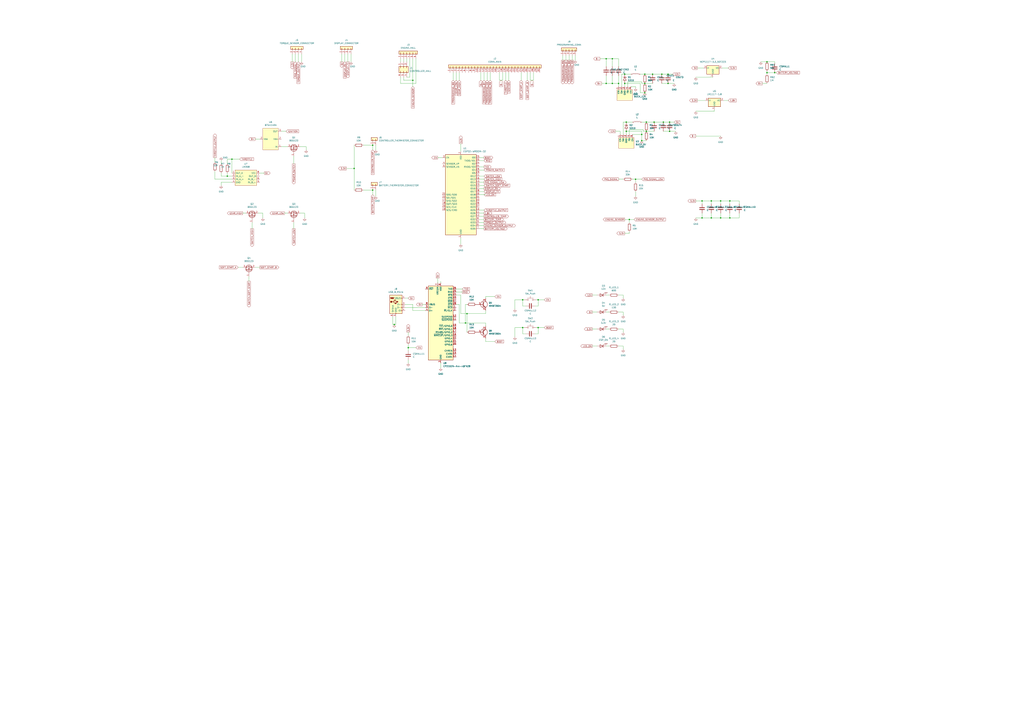
<source format=kicad_sch>
(kicad_sch (version 20211123) (generator eeschema)
  (paper "A1")
  (junction (at 549.91 107.95))
  (junction (at 548.64 60.96))
  (junction (at 636.27 59.69))
  (junction (at 502.92 48.26))
  (junction (at 591.82 165.1))
  (junction (at 306.07 156.21))
  (junction (at 530.86 100.33))
  (junction (at 529.59 76.2))
  (junction (at 529.59 68.58))
  (junction (at 429.26 246.38))
  (junction (at 576.58 165.1))
  (junction (at 383.54 257.81))
  (junction (at 544.83 100.33))
  (junction (at 548.64 68.58))
  (junction (at 549.91 100.33))
  (junction (at 516.89 180.34))
  (junction (at 514.35 107.95))
  (junction (at 323.85 266.7))
  (junction (at 382.27 265.43))
  (junction (at 190.5 130.81))
  (junction (at 599.44 165.1))
  (junction (at 576.58 179.07))
  (junction (at 521.97 147.32))
  (junction (at 335.28 285.75))
  (junction (at 591.82 179.07))
  (junction (at 441.96 269.24))
  (junction (at 514.35 100.33))
  (junction (at 599.44 179.07))
  (junction (at 497.84 48.26))
  (junction (at 429.26 269.24))
  (junction (at 584.2 165.1))
  (junction (at 508 68.58))
  (junction (at 543.56 60.96))
  (junction (at 530.86 107.95))
  (junction (at 441.96 246.38))
  (junction (at 527.05 110.49))
  (junction (at 535.94 60.96))
  (junction (at 629.92 59.69))
  (junction (at 529.59 60.96))
  (junction (at 629.92 50.8))
  (junction (at 584.2 179.07))
  (junction (at 306.07 119.38))
  (junction (at 502.92 68.58))
  (junction (at 497.84 68.58))
  (junction (at 339.09 66.04))
  (junction (at 513.08 68.58))
  (junction (at 513.08 60.96))
  (junction (at 527.05 115.57))
  (junction (at 290.83 138.43))
  (junction (at 186.69 144.78))
  (junction (at 537.21 100.33))
  (wire (pts (xy 607.06 167.64) (xy 607.06 165.1)))
  (wire (pts (xy 492.76 48.26) (xy 497.84 48.26)))
  (wire (pts (xy 415.29 59.69) (xy 415.29 66.04)))
  (wire (pts (xy 435.61 66.04) (xy 438.15 66.04)))
  (wire (pts (xy 571.5 111.76) (xy 591.82 111.76)))
  (wire (pts (xy 382.27 250.19) (xy 383.54 250.19)))
  (wire (pts (xy 527.05 100.33) (xy 530.86 100.33)))
  (wire (pts (xy 339.09 255.27) (xy 349.25 255.27)))
  (wire (pts (xy 241.3 182.88) (xy 241.3 187.96)))
  (wire (pts (xy 181.61 149.86) (xy 190.5 149.86)))
  (wire (pts (xy 599.44 167.64) (xy 599.44 165.1)))
  (wire (pts (xy 341.63 68.58) (xy 341.63 48.26)))
  (wire (pts (xy 199.39 175.26) (xy 201.93 175.26)))
  (wire (pts (xy 334.01 63.5) (xy 336.55 63.5)))
  (wire (pts (xy 486.41 284.48) (xy 490.22 284.48)))
  (wire (pts (xy 374.65 240.03) (xy 379.73 240.03)))
  (wire (pts (xy 530.86 107.95) (xy 537.21 107.95)))
  (wire (pts (xy 629.92 59.69) (xy 636.27 59.69)))
  (wire (pts (xy 290.83 119.38) (xy 290.83 138.43)))
  (wire (pts (xy 572.77 55.88) (xy 577.85 55.88)))
  (wire (pts (xy 548.64 60.96) (xy 552.45 60.96)))
  (wire (pts (xy 513.08 191.77) (xy 516.89 191.77)))
  (wire (pts (xy 516.89 180.34) (xy 520.7 180.34)))
  (wire (pts (xy 516.89 106.68) (xy 528.32 106.68)))
  (wire (pts (xy 429.26 246.38) (xy 422.91 246.38)))
  (wire (pts (xy 190.5 130.81) (xy 196.85 130.81)))
  (wire (pts (xy 283.21 44.45) (xy 283.21 50.8)))
  (wire (pts (xy 572.77 82.55) (xy 579.12 82.55)))
  (wire (pts (xy 636.27 52.07) (xy 636.27 50.8)))
  (wire (pts (xy 306.07 156.21) (xy 306.07 160.02)))
  (wire (pts (xy 591.82 179.07) (xy 584.2 179.07)))
  (wire (pts (xy 509.27 110.49) (xy 509.27 107.95)))
  (wire (pts (xy 441.96 269.24) (xy 447.04 269.24)))
  (wire (pts (xy 607.06 175.26) (xy 607.06 179.07)))
  (wire (pts (xy 215.9 175.26) (xy 212.09 175.26)))
  (wire (pts (xy 207.01 182.88) (xy 207.01 187.96)))
  (wire (pts (xy 331.47 63.5) (xy 331.47 66.04)))
  (wire (pts (xy 247.65 44.45) (xy 247.65 50.8)))
  (wire (pts (xy 335.28 283.21) (xy 335.28 285.75)))
  (wire (pts (xy 374.65 237.49) (xy 379.73 237.49)))
  (wire (pts (xy 393.7 180.34) (xy 397.51 180.34)))
  (wire (pts (xy 398.78 265.43) (xy 382.27 265.43)))
  (wire (pts (xy 213.36 142.24) (xy 217.17 142.24)))
  (wire (pts (xy 511.81 256.54) (xy 511.81 259.08)))
  (wire (pts (xy 624.84 50.8) (xy 629.92 50.8)))
  (wire (pts (xy 472.44 45.72) (xy 472.44 49.53)))
  (wire (pts (xy 394.97 59.69) (xy 394.97 66.04)))
  (wire (pts (xy 429.26 269.24) (xy 422.91 269.24)))
  (wire (pts (xy 521.97 71.12) (xy 521.97 72.39)))
  (wire (pts (xy 306.07 119.38) (xy 306.07 123.19)))
  (wire (pts (xy 591.82 167.64) (xy 591.82 165.1)))
  (wire (pts (xy 378.46 257.81) (xy 383.54 257.81)))
  (wire (pts (xy 521.97 147.32) (xy 521.97 149.86)))
  (wire (pts (xy 290.83 138.43) (xy 290.83 156.21)))
  (wire (pts (xy 467.36 45.72) (xy 467.36 49.53)))
  (wire (pts (xy 241.3 128.27) (xy 241.3 134.62)))
  (wire (pts (xy 469.9 45.72) (xy 469.9 49.53)))
  (wire (pts (xy 519.43 147.32) (xy 521.97 147.32)))
  (wire (pts (xy 422.91 246.38) (xy 422.91 254)))
  (wire (pts (xy 430.53 269.24) (xy 429.26 269.24)))
  (wire (pts (xy 250.19 175.26) (xy 246.38 175.26)))
  (wire (pts (xy 288.29 44.45) (xy 288.29 50.8)))
  (wire (pts (xy 529.59 60.96) (xy 535.94 60.96)))
  (wire (pts (xy 372.11 59.69) (xy 372.11 66.04)))
  (wire (pts (xy 398.78 267.97) (xy 398.78 265.43)))
  (wire (pts (xy 398.78 280.67) (xy 406.4 280.67)))
  (wire (pts (xy 186.69 134.62) (xy 186.69 130.81)))
  (wire (pts (xy 553.72 68.58) (xy 548.64 68.58)))
  (wire (pts (xy 393.7 160.02) (xy 398.78 160.02)))
  (wire (pts (xy 374.65 59.69) (xy 374.65 66.04)))
  (wire (pts (xy 629.92 58.42) (xy 629.92 59.69)))
  (wire (pts (xy 393.7 139.7) (xy 397.51 139.7)))
  (wire (pts (xy 186.69 144.78) (xy 190.5 144.78)))
  (wire (pts (xy 393.7 149.86) (xy 397.51 149.86)))
  (wire (pts (xy 511.81 242.57) (xy 511.81 245.11)))
  (wire (pts (xy 502.92 68.58) (xy 508 68.58)))
  (wire (pts (xy 429.26 251.46) (xy 429.26 246.38)))
  (wire (pts (xy 377.19 59.69) (xy 377.19 66.04)))
  (wire (pts (xy 486.41 242.57) (xy 490.22 242.57)))
  (wire (pts (xy 377.19 250.19) (xy 374.65 250.19)))
  (wire (pts (xy 382.27 265.43) (xy 382.27 250.19)))
  (wire (pts (xy 361.95 298.45) (xy 361.95 302.26)))
  (wire (pts (xy 530.86 100.33) (xy 537.21 100.33)))
  (wire (pts (xy 586.74 91.44) (xy 586.74 90.17)))
  (wire (pts (xy 510.54 71.12) (xy 510.54 60.96)))
  (wire (pts (xy 571.5 91.44) (xy 586.74 91.44)))
  (wire (pts (xy 393.7 177.8) (xy 397.51 177.8)))
  (wire (pts (xy 284.48 138.43) (xy 290.83 138.43)))
  (wire (pts (xy 513.08 68.58) (xy 525.78 68.58)))
  (wire (pts (xy 497.84 270.51) (xy 500.38 270.51)))
  (wire (pts (xy 521.97 157.48) (xy 521.97 161.29)))
  (wire (pts (xy 636.27 59.69) (xy 637.54 59.69)))
  (wire (pts (xy 528.32 107.95) (xy 530.86 107.95)))
  (wire (pts (xy 508 242.57) (xy 511.81 242.57)))
  (wire (pts (xy 215.9 179.07) (xy 215.9 175.26)))
  (wire (pts (xy 190.5 142.24) (xy 190.5 130.81)))
  (wire (pts (xy 378.46 195.58) (xy 378.46 200.66)))
  (wire (pts (xy 508 284.48) (xy 511.81 284.48)))
  (wire (pts (xy 328.93 48.26) (xy 328.93 50.8)))
  (wire (pts (xy 571.5 179.07) (xy 576.58 179.07)))
  (wire (pts (xy 508 71.12) (xy 508 68.58)))
  (wire (pts (xy 599.44 165.1) (xy 591.82 165.1)))
  (wire (pts (xy 440.69 246.38) (xy 441.96 246.38)))
  (wire (pts (xy 383.54 257.81) (xy 383.54 273.05)))
  (wire (pts (xy 393.7 175.26) (xy 397.51 175.26)))
  (wire (pts (xy 393.7 182.88) (xy 397.51 182.88)))
  (wire (pts (xy 285.75 44.45) (xy 285.75 50.8)))
  (wire (pts (xy 242.57 44.45) (xy 242.57 50.8)))
  (wire (pts (xy 322.58 260.35) (xy 322.58 266.7)))
  (wire (pts (xy 209.55 219.71) (xy 213.36 219.71)))
  (wire (pts (xy 334.01 48.26) (xy 334.01 50.8)))
  (wire (pts (xy 441.96 246.38) (xy 447.04 246.38)))
  (wire (pts (xy 497.84 62.23) (xy 497.84 68.58)))
  (wire (pts (xy 374.65 242.57) (xy 378.46 242.57)))
  (wire (pts (xy 508 256.54) (xy 511.81 256.54)))
  (wire (pts (xy 335.28 273.05) (xy 335.28 275.59)))
  (wire (pts (xy 516.89 180.34) (xy 516.89 182.88)))
  (wire (pts (xy 204.47 227.33) (xy 204.47 231.14)))
  (wire (pts (xy 393.7 129.54) (xy 397.51 129.54)))
  (wire (pts (xy 422.91 269.24) (xy 422.91 276.86)))
  (wire (pts (xy 576.58 179.07) (xy 576.58 175.26)))
  (wire (pts (xy 339.09 66.04) (xy 339.09 71.12)))
  (wire (pts (xy 537.21 100.33) (xy 544.83 100.33)))
  (wire (pts (xy 402.59 59.69) (xy 402.59 66.04)))
  (wire (pts (xy 332.74 252.73) (xy 349.25 252.73)))
  (wire (pts (xy 245.11 44.45) (xy 245.11 50.8)))
  (wire (pts (xy 543.56 60.96) (xy 548.64 60.96)))
  (wire (pts (xy 440.69 269.24) (xy 441.96 269.24)))
  (wire (pts (xy 335.28 285.75) (xy 335.28 288.29)))
  (wire (pts (xy 181.61 152.4) (xy 181.61 149.86)))
  (wire (pts (xy 593.09 55.88) (xy 598.17 55.88)))
  (wire (pts (xy 521.97 147.32) (xy 527.05 147.32)))
  (wire (pts (xy 377.19 265.43) (xy 382.27 265.43)))
  (wire (pts (xy 584.2 167.64) (xy 584.2 165.1)))
  (wire (pts (xy 497.84 68.58) (xy 502.92 68.58)))
  (wire (pts (xy 529.59 68.58) (xy 535.94 68.58)))
  (wire (pts (xy 322.58 266.7) (xy 323.85 266.7)))
  (wire (pts (xy 497.84 48.26) (xy 502.92 48.26)))
  (wire (pts (xy 505.46 107.95) (xy 509.27 107.95)))
  (wire (pts (xy 398.78 278.13) (xy 398.78 280.67)))
  (wire (pts (xy 346.71 250.19) (xy 349.25 250.19)))
  (wire (pts (xy 515.62 67.31) (xy 527.05 67.31)))
  (wire (pts (xy 429.26 274.32) (xy 429.26 269.24)))
  (wire (pts (xy 231.14 120.65) (xy 236.22 120.65)))
  (wire (pts (xy 535.94 60.96) (xy 543.56 60.96)))
  (wire (pts (xy 431.8 274.32) (xy 429.26 274.32)))
  (wire (pts (xy 393.7 144.78) (xy 397.51 144.78)))
  (wire (pts (xy 412.75 59.69) (xy 412.75 66.04)))
  (wire (pts (xy 519.43 110.49) (xy 527.05 110.49)))
  (wire (pts (xy 397.51 59.69) (xy 397.51 66.04)))
  (wire (pts (xy 251.46 120.65) (xy 251.46 123.19)))
  (wire (pts (xy 325.12 266.7) (xy 325.12 260.35)))
  (wire (pts (xy 298.45 156.21) (xy 306.07 156.21)))
  (wire (pts (xy 393.7 187.96) (xy 397.51 187.96)))
  (wire (pts (xy 427.99 59.69) (xy 427.99 66.04)))
  (wire (pts (xy 393.7 137.16) (xy 397.51 137.16)))
  (wire (pts (xy 497.84 284.48) (xy 500.38 284.48)))
  (wire (pts (xy 280.67 44.45) (xy 280.67 50.8)))
  (wire (pts (xy 514.35 100.33) (xy 519.43 100.33)))
  (wire (pts (xy 584.2 165.1) (xy 576.58 165.1)))
  (wire (pts (xy 332.74 245.11) (xy 335.28 245.11)))
  (wire (pts (xy 328.93 63.5) (xy 328.93 68.58)))
  (wire (pts (xy 525.78 60.96) (xy 529.59 60.96)))
  (wire (pts (xy 497.84 242.57) (xy 500.38 242.57)))
  (wire (pts (xy 594.36 82.55) (xy 598.17 82.55)))
  (wire (pts (xy 511.81 100.33) (xy 514.35 100.33)))
  (wire (pts (xy 514.35 107.95) (xy 527.05 107.95)))
  (wire (pts (xy 511.81 284.48) (xy 511.81 287.02)))
  (wire (pts (xy 543.56 68.58) (xy 548.64 68.58)))
  (wire (pts (xy 393.7 132.08) (xy 397.51 132.08)))
  (wire (pts (xy 377.19 265.43) (xy 377.19 250.19)))
  (wire (pts (xy 571.5 165.1) (xy 576.58 165.1)))
  (wire (pts (xy 393.7 152.4) (xy 397.51 152.4)))
  (wire (pts (xy 332.74 250.19) (xy 339.09 250.19)))
  (wire (pts (xy 336.55 63.5) (xy 336.55 48.26)))
  (wire (pts (xy 417.83 59.69) (xy 417.83 66.04)))
  (wire (pts (xy 508 62.23) (xy 508 68.58)))
  (wire (pts (xy 511.81 270.51) (xy 511.81 273.05)))
  (wire (pts (xy 209.55 114.3) (xy 213.36 114.3)))
  (wire (pts (xy 508 147.32) (xy 511.81 147.32)))
  (wire (pts (xy 494.03 68.58) (xy 497.84 68.58)))
  (wire (pts (xy 515.62 71.12) (xy 515.62 67.31)))
  (wire (pts (xy 441.96 251.46) (xy 441.96 246.38)))
  (wire (pts (xy 576.58 165.1) (xy 576.58 167.64)))
  (wire (pts (xy 629.92 59.69) (xy 629.92 60.96)))
  (wire (pts (xy 328.93 68.58) (xy 341.63 68.58)))
  (wire (pts (xy 331.47 48.26) (xy 331.47 50.8)))
  (wire (pts (xy 378.46 242.57) (xy 378.46 257.81)))
  (wire (pts (xy 308.61 156.21) (xy 308.61 161.29)))
  (wire (pts (xy 181.61 142.24) (xy 181.61 144.78)))
  (wire (pts (xy 393.7 147.32) (xy 397.51 147.32)))
  (wire (pts (xy 240.03 44.45) (xy 240.03 50.8)))
  (wire (pts (xy 554.99 107.95) (xy 549.91 107.95)))
  (wire (pts (xy 246.38 120.65) (xy 251.46 120.65)))
  (wire (pts (xy 508 270.51) (xy 511.81 270.51)))
  (wire (pts (xy 502.92 48.26) (xy 502.92 54.61)))
  (wire (pts (xy 516.89 110.49) (xy 516.89 106.68)))
  (wire (pts (xy 502.92 48.26) (xy 508 48.26)))
  (wire (pts (xy 176.53 147.32) (xy 190.5 147.32)))
  (wire (pts (xy 502.92 62.23) (xy 502.92 68.58)))
  (wire (pts (xy 400.05 59.69) (xy 400.05 66.04)))
  (wire (pts (xy 231.14 107.95) (xy 234.95 107.95)))
  (wire (pts (xy 233.68 175.26) (xy 236.22 175.26)))
  (wire (pts (xy 516.89 191.77) (xy 516.89 190.5)))
  (wire (pts (xy 525.78 76.2) (xy 525.78 68.58)))
  (wire (pts (xy 518.16 71.12) (xy 521.97 71.12)))
  (wire (pts (xy 323.85 266.7) (xy 325.12 266.7)))
  (wire (pts (xy 462.28 45.72) (xy 462.28 49.53)))
  (wire (pts (xy 513.08 180.34) (xy 516.89 180.34)))
  (wire (pts (xy 527.05 68.58) (xy 529.59 68.58)))
  (wire (pts (xy 398.78 243.84) (xy 406.4 243.84)))
  (wire (pts (xy 308.61 119.38) (xy 308.61 123.19)))
  (wire (pts (xy 527.05 115.57) (xy 527.05 110.49)))
  (wire (pts (xy 497.84 48.26) (xy 497.84 54.61)))
  (wire (pts (xy 398.78 257.81) (xy 398.78 255.27)))
  (wire (pts (xy 433.07 59.69) (xy 433.07 66.04)))
  (wire (pts (xy 599.44 175.26) (xy 599.44 179.07)))
  (wire (pts (xy 398.78 245.11) (xy 398.78 243.84)))
  (wire (pts (xy 527.05 67.31) (xy 527.05 68.58)))
  (wire (pts (xy 530.86 115.57) (xy 527.05 115.57)))
  (wire (pts (xy 486.41 256.54) (xy 490.22 256.54)))
  (wire (pts (xy 511.81 110.49) (xy 511.81 100.33)))
  (wire (pts (xy 607.06 179.07) (xy 599.44 179.07)))
  (wire (pts (xy 528.32 106.68) (xy 528.32 107.95)))
  (wire (pts (xy 464.82 45.72) (xy 464.82 49.53)))
  (wire (pts (xy 513.08 68.58) (xy 513.08 71.12)))
  (wire (pts (xy 441.96 274.32) (xy 441.96 269.24)))
  (wire (pts (xy 361.95 232.41) (xy 361.95 231.14)))
  (wire (pts (xy 549.91 100.33) (xy 553.72 100.33)))
  (wire (pts (xy 176.53 129.54) (xy 176.53 133.35)))
  (wire (pts (xy 430.53 246.38) (xy 429.26 246.38)))
  (wire (pts (xy 383.54 257.81) (xy 398.78 257.81)))
  (wire (pts (xy 599.44 179.07) (xy 591.82 179.07)))
  (wire (pts (xy 298.45 119.38) (xy 306.07 119.38)))
  (wire (pts (xy 529.59 76.2) (xy 525.78 76.2)))
  (wire (pts (xy 359.41 228.6) (xy 359.41 232.41)))
  (wire (pts (xy 181.61 144.78) (xy 186.69 144.78)))
  (wire (pts (xy 584.2 179.07) (xy 576.58 179.07)))
  (wire (pts (xy 393.7 157.48) (xy 397.51 157.48)))
  (wire (pts (xy 626.11 68.58) (xy 629.92 68.58)))
  (wire (pts (xy 527.05 110.49) (xy 527.05 107.95)))
  (wire (pts (xy 510.54 60.96) (xy 513.08 60.96)))
  (wire (pts (xy 438.15 59.69) (xy 438.15 66.04)))
  (wire (pts (xy 186.69 130.81) (xy 190.5 130.81)))
  (wire (pts (xy 181.61 132.08) (xy 181.61 134.62)))
  (wire (pts (xy 497.84 256.54) (xy 500.38 256.54)))
  (wire (pts (xy 339.09 250.19) (xy 339.09 255.27)))
  (wire (pts (xy 186.69 142.24) (xy 186.69 144.78)))
  (wire (pts (xy 339.09 66.04) (xy 339.09 48.26)))
  (wire (pts (xy 431.8 251.46) (xy 429.26 251.46)))
  (wire (pts (xy 359.41 129.54) (xy 363.22 129.54)))
  (wire (pts (xy 195.58 219.71) (xy 199.39 219.71)))
  (wire (pts (xy 378.46 118.11) (xy 378.46 124.46)))
  (wire (pts (xy 607.06 165.1) (xy 599.44 165.1)))
  (wire (pts (xy 439.42 274.32) (xy 441.96 274.32)))
  (wire (pts (xy 513.08 60.96) (xy 518.16 60.96)))
  (wire (pts (xy 571.5 63.5) (xy 585.47 63.5)))
  (wire (pts (xy 393.7 172.72) (xy 397.51 172.72)))
  (wire (pts (xy 544.83 100.33) (xy 549.91 100.33)))
  (wire (pts (xy 439.42 251.46) (xy 441.96 251.46)))
  (wire (pts (xy 176.53 140.97) (xy 176.53 147.32)))
  (wire (pts (xy 250.19 179.07) (xy 250.19 175.26)))
  (wire (pts (xy 410.21 59.69) (xy 410.21 66.04)))
  (wire (pts (xy 591.82 165.1) (xy 584.2 165.1)))
  (wire (pts (xy 584.2 175.26) (xy 584.2 179.07)))
  (wire (pts (xy 335.28 295.91) (xy 335.28 298.45)))
  (wire (pts (xy 508 48.26) (xy 508 54.61)))
  (wire (pts (xy 393.7 154.94) (xy 397.51 154.94)))
  (wire (pts (xy 591.82 175.26) (xy 591.82 179.07)))
  (wire (pts (xy 410.21 66.04) (xy 412.75 66.04)))
  (wire (pts (xy 486.41 270.51) (xy 490.22 270.51)))
  (wire (pts (xy 544.83 107.95) (xy 549.91 107.95)))
  (wire (pts (xy 331.47 66.04) (xy 339.09 66.04)))
  (wire (pts (xy 335.28 285.75) (xy 341.63 285.75)))
  (wire (pts (xy 393.7 185.42) (xy 397.51 185.42)))
  (wire (pts (xy 636.27 50.8) (xy 629.92 50.8)))
  (wire (pts (xy 514.35 107.95) (xy 514.35 110.49)))
  (wire (pts (xy 435.61 59.69) (xy 435.61 66.04)))
  (global_label "3.3V" (shape output) (at 486.41 270.51 180) (property "Intersheet References" "${INTERSHEET_REFS}" (effects hide)))
  (global_label "ENGINE_SENSOR" (shape input) (at 339.09 71.12 270) (property "Intersheet References" "${INTERSHEET_REFS}" (effects hide)))
  (global_label "THROTTLE_OUTPUT" (shape input) (at 397.51 172.72 0) (property "Intersheet References" "${INTERSHEET_REFS}" (effects hide)))
  (global_label "GEAR_HIGH" (shape output) (at 199.39 175.26 180) (property "Intersheet References" "${INTERSHEET_REFS}" (effects hide)))
  (global_label "PROGRAMMING_GB" (shape output) (at 469.9 49.53 270) (property "Intersheet References" "${INTERSHEET_REFS}" (effects hide)))
  (global_label "TXD" (shape output) (at 397.51 137.16 0) (property "Intersheet References" "${INTERSHEET_REFS}" (effects hide)))
  (global_label "SWITCH_SOFT_START" (shape input) (at 397.51 152.4 0) (property "Intersheet References" "${INTERSHEET_REFS}" (effects hide)))
  (global_label "DISPLAY_TX" (shape output) (at 285.75 50.8 270) (property "Intersheet References" "${INTERSHEET_REFS}" (effects hide)))
  (global_label "SWITCH_SOFT_START" (shape output) (at 204.47 231.14 270) (property "Intersheet References" "${INTERSHEET_REFS}" (effects hide)))
  (global_label "3.3V" (shape output) (at 378.46 118.11 90) (property "Intersheet References" "${INTERSHEET_REFS}" (effects hide)))
  (global_label "5V" (shape input) (at 553.72 100.33 0) (property "Intersheet References" "${INTERSHEET_REFS}" (effects hide)))
  (global_label "3.3V" (shape output) (at 284.48 138.43 180) (property "Intersheet References" "${INTERSHEET_REFS}" (effects hide)))
  (global_label "EN" (shape input) (at 406.4 243.84 0) (property "Intersheet References" "${INTERSHEET_REFS}" (effects hide)))
  (global_label "CONTROLLER_TEMP" (shape output) (at 397.51 177.8 0) (property "Intersheet References" "${INTERSHEET_REFS}" (effects hide)))
  (global_label "B-" (shape input) (at 411.48 66.04 270) (property "Intersheet References" "${INTERSHEET_REFS}" (effects hide)))
  (global_label "3.3V" (shape output) (at 572.77 82.55 180) (property "Intersheet References" "${INTERSHEET_REFS}" (effects hide)))
  (global_label "B-" (shape input) (at 436.88 66.04 270) (property "Intersheet References" "${INTERSHEET_REFS}" (effects hide)))
  (global_label "B+" (shape output) (at 626.11 68.58 180) (property "Intersheet References" "${INTERSHEET_REFS}" (effects hide)))
  (global_label "EN" (shape output) (at 359.41 129.54 180) (property "Intersheet References" "${INTERSHEET_REFS}" (effects hide)))
  (global_label "5V" (shape output) (at 217.17 142.24 0) (property "Intersheet References" "${INTERSHEET_REFS}" (effects hide)))
  (global_label "B+" (shape output) (at 494.03 68.58 180) (property "Intersheet References" "${INTERSHEET_REFS}" (effects hide)))
  (global_label "B-" (shape output) (at 571.5 111.76 180) (property "Intersheet References" "${INTERSHEET_REFS}" (effects hide)))
  (global_label "THROTTLE" (shape input) (at 415.29 66.04 270) (property "Intersheet References" "${INTERSHEET_REFS}" (effects hide)))
  (global_label "3.3V" (shape output) (at 335.28 273.05 90) (property "Intersheet References" "${INTERSHEET_REFS}" (effects hide)))
  (global_label "PROGRAMMING_BY" (shape output) (at 464.82 49.53 270) (property "Intersheet References" "${INTERSHEET_REFS}" (effects hide)))
  (global_label "SWITCH_HIGH" (shape input) (at 397.51 147.32 0) (property "Intersheet References" "${INTERSHEET_REFS}" (effects hide)))
  (global_label "PROGRAMMING_RB" (shape input) (at 402.59 66.04 270) (property "Intersheet References" "${INTERSHEET_REFS}" (effects hide)))
  (global_label "POWER_SWITCH" (shape input) (at 397.51 139.7 0) (property "Intersheet References" "${INTERSHEET_REFS}" (effects hide)))
  (global_label "TORQUE_OUTPUT" (shape output) (at 397.51 182.88 0) (property "Intersheet References" "${INTERSHEET_REFS}" (effects hide)))
  (global_label "DISPLAY_TX" (shape input) (at 397.51 157.48 0) (property "Intersheet References" "${INTERSHEET_REFS}" (effects hide)))
  (global_label "BOOT" (shape input) (at 406.4 280.67 0) (property "Intersheet References" "${INTERSHEET_REFS}" (effects hide)))
  (global_label "DISPLAY_RX" (shape output) (at 397.51 154.94 0) (property "Intersheet References" "${INTERSHEET_REFS}" (effects hide)))
  (global_label "LED_ON" (shape input) (at 397.51 160.02 0) (property "Intersheet References" "${INTERSHEET_REFS}" (effects hide)))
  (global_label "3.3V" (shape output) (at 571.5 165.1 180) (property "Intersheet References" "${INTERSHEET_REFS}" (effects hide)))
  (global_label "PAS_SIGNAL" (shape input) (at 242.57 50.8 270) (property "Intersheet References" "${INTERSHEET_REFS}" (effects hide)))
  (global_label "SOFT_START_A" (shape input) (at 195.58 219.71 180) (property "Intersheet References" "${INTERSHEET_REFS}" (effects hide)))
  (global_label "PAS_SIGNAL" (shape output) (at 508 147.32 180) (property "Intersheet References" "${INTERSHEET_REFS}" (effects hide)))
  (global_label "CONTROLLER_TEMP" (shape input) (at 306.07 123.19 270) (property "Intersheet References" "${INTERSHEET_REFS}" (effects hide)))
  (global_label "BOOT" (shape input) (at 447.04 269.24 0) (property "Intersheet References" "${INTERSHEET_REFS}" (effects hide)))
  (global_label "3.3V" (shape input) (at 598.17 55.88 0) (property "Intersheet References" "${INTERSHEET_REFS}" (effects hide)))
  (global_label "3.3V" (shape output) (at 513.08 191.77 180) (property "Intersheet References" "${INTERSHEET_REFS}" (effects hide)))
  (global_label "12V" (shape output) (at 505.46 107.95 180) (property "Intersheet References" "${INTERSHEET_REFS}" (effects hide)))
  (global_label "TXD" (shape input) (at 379.73 237.49 0) (property "Intersheet References" "${INTERSHEET_REFS}" (effects hide)))
  (global_label "PROGRAMMING_BB" (shape input) (at 372.11 66.04 270) (property "Intersheet References" "${INTERSHEET_REFS}" (effects hide)))
  (global_label "BATTERY_TEMP" (shape input) (at 306.07 160.02 270) (property "Intersheet References" "${INTERSHEET_REFS}" (effects hide)))
  (global_label "SWITCH_HIGH" (shape output) (at 207.01 187.96 270) (property "Intersheet References" "${INTERSHEET_REFS}" (effects hide)))
  (global_label "TORQUE_OUTPUT" (shape input) (at 245.11 50.8 270) (property "Intersheet References" "${INTERSHEET_REFS}" (effects hide)))
  (global_label "BATTERY_VOLTAGE" (shape input) (at 637.54 59.69 0) (property "Intersheet References" "${INTERSHEET_REFS}" (effects hide)))
  (global_label "5V" (shape output) (at 359.41 228.6 90) (property "Intersheet References" "${INTERSHEET_REFS}" (effects hide)))
  (global_label "ENGINE_SENSOR_OUTPUT" (shape input) (at 520.7 180.34 0) (property "Intersheet References" "${INTERSHEET_REFS}" (effects hide)))
  (global_label "12V" (shape output) (at 486.41 242.57 180) (property "Intersheet References" "${INTERSHEET_REFS}" (effects hide)))
  (global_label "EN" (shape input) (at 447.04 246.38 0) (property "Intersheet References" "${INTERSHEET_REFS}" (effects hide)))
  (global_label "BOOT" (shape output) (at 397.51 129.54 0) (property "Intersheet References" "${INTERSHEET_REFS}" (effects hide)))
  (global_label "PROGRAMMING_BB" (shape output) (at 467.36 49.53 270) (property "Intersheet References" "${INTERSHEET_REFS}" (effects hide)))
  (global_label "B+" (shape input) (at 394.97 66.04 270) (property "Intersheet References" "${INTERSHEET_REFS}" (effects hide)))
  (global_label "5V" (shape input) (at 335.28 245.11 0) (property "Intersheet References" "${INTERSHEET_REFS}" (effects hide)))
  (global_label "B+" (shape output) (at 209.55 114.3 180) (property "Intersheet References" "${INTERSHEET_REFS}" (effects hide)))
  (global_label "EN" (shape input) (at 341.63 285.75 0) (property "Intersheet References" "${INTERSHEET_REFS}" (effects hide)))
  (global_label "RXD" (shape output) (at 379.73 240.03 0) (property "Intersheet References" "${INTERSHEET_REFS}" (effects hide)))
  (global_label "BATTERY_TEMP" (shape output) (at 397.51 180.34 0) (property "Intersheet References" "${INTERSHEET_REFS}" (effects hide)))
  (global_label "12V" (shape input) (at 552.45 60.96 0) (property "Intersheet References" "${INTERSHEET_REFS}" (effects hide)))
  (global_label "GEAR_LOW" (shape input) (at 374.65 66.04 270) (property "Intersheet References" "${INTERSHEET_REFS}" (effects hide)))
  (global_label "PROGRAMMING_RB" (shape output) (at 462.28 49.53 270) (property "Intersheet References" "${INTERSHEET_REFS}" (effects hide)))
  (global_label "THROTTLE" (shape input) (at 196.85 130.81 0) (property "Intersheet References" "${INTERSHEET_REFS}" (effects hide)))
  (global_label "GEAR_HIGH" (shape input) (at 377.19 66.04 270) (property "Intersheet References" "${INTERSHEET_REFS}" (effects hide)))
  (global_label "SWITCH_LOW" (shape output) (at 241.3 187.96 270) (property "Intersheet References" "${INTERSHEET_REFS}" (effects hide)))
  (global_label "B-" (shape output) (at 492.76 48.26 180) (property "Intersheet References" "${INTERSHEET_REFS}" (effects hide)))
  (global_label "LED_ON" (shape output) (at 486.41 284.48 180) (property "Intersheet References" "${INTERSHEET_REFS}" (effects hide)))
  (global_label "IGNITION" (shape input) (at 417.83 66.04 270) (property "Intersheet References" "${INTERSHEET_REFS}" (effects hide)))
  (global_label "ENGINE_SENSOR_OUTPUT" (shape output) (at 397.51 185.42 0) (property "Intersheet References" "${INTERSHEET_REFS}" (effects hide)))
  (global_label "SOFT_START_B" (shape input) (at 433.07 66.04 270) (property "Intersheet References" "${INTERSHEET_REFS}" (effects hide)))
  (global_label "RXD" (shape input) (at 397.51 132.08 0) (property "Intersheet References" "${INTERSHEET_REFS}" (effects hide)))
  (global_label "5V" (shape output) (at 486.41 256.54 180) (property "Intersheet References" "${INTERSHEET_REFS}" (effects hide)))
  (global_label "PAS_SIGNAL_LOW" (shape output) (at 397.51 149.86 0) (property "Intersheet References" "${INTERSHEET_REFS}" (effects hide)))
  (global_label "THROTTLE_OUTPUT" (shape output) (at 176.53 129.54 90) (property "Intersheet References" "${INTERSHEET_REFS}" (effects hide)))
  (global_label "5V" (shape output) (at 572.77 55.88 180) (property "Intersheet References" "${INTERSHEET_REFS}" (effects hide)))
  (global_label "PAS_SIGNAL_LOW" (shape input) (at 527.05 147.32 0) (property "Intersheet References" "${INTERSHEET_REFS}" (effects hide)))
  (global_label "5V" (shape output) (at 346.71 250.19 180) (property "Intersheet References" "${INTERSHEET_REFS}" (effects hide)))
  (global_label "PROGRAMMING_GB" (shape input) (at 400.05 66.04 270) (property "Intersheet References" "${INTERSHEET_REFS}" (effects hide)))
  (global_label "SOFT_START_B" (shape output) (at 213.36 219.71 0) (property "Intersheet References" "${INTERSHEET_REFS}" (effects hide)))
  (global_label "PROGRAMMING_BY" (shape input) (at 397.51 66.04 270) (property "Intersheet References" "${INTERSHEET_REFS}" (effects hide)))
  (global_label "SOFT_START_A" (shape input) (at 427.99 66.04 270) (property "Intersheet References" "${INTERSHEET_REFS}" (effects hide)))
  (global_label "1.8V" (shape input) (at 598.17 82.55 0) (property "Intersheet References" "${INTERSHEET_REFS}" (effects hide)))
  (global_label "5V" (shape output) (at 280.67 50.8 270) (property "Intersheet References" "${INTERSHEET_REFS}" (effects hide)))
  (global_label "12V" (shape output) (at 240.03 50.8 270) (property "Intersheet References" "${INTERSHEET_REFS}" (effects hide)))
  (global_label "IGNITION" (shape input) (at 234.95 107.95 0) (property "Intersheet References" "${INTERSHEET_REFS}" (effects hide)))
  (global_label "1.8V" (shape output) (at 397.51 175.26 0) (property "Intersheet References" "${INTERSHEET_REFS}" (effects hide)))
  (global_label "DISPLAY_RX" (shape input) (at 283.21 50.8 270) (property "Intersheet References" "${INTERSHEET_REFS}" (effects hide)))
  (global_label "POWER_SWITCH" (shape output) (at 241.3 134.62 270) (property "Intersheet References" "${INTERSHEET_REFS}" (effects hide)))
  (global_label "GEAR_LOW" (shape output) (at 233.68 175.26 180) (property "Intersheet References" "${INTERSHEET_REFS}" (effects hide)))
  (global_label "ENGINE_SENSOR" (shape output) (at 513.08 180.34 180) (property "Intersheet References" "${INTERSHEET_REFS}" (effects hide)))
  (global_label "BATTERY_VOLTAGE" (shape output) (at 397.51 187.96 0) (property "Intersheet References" "${INTERSHEET_REFS}" (effects hide)))
  (global_label "SWITCH_LOW" (shape input) (at 397.51 144.78 0) (property "Intersheet References" "${INTERSHEET_REFS}" (effects hide)))
  (symbol (lib_id "Device:R") (at 181.61 138.43 0) (unit 1)
    (property "Reference" "R7" (at 181.61 134.62 0) (effects (justify left)))
    (property "Value" "1K" (at 181.61 137.16 0) (effects (justify left)))
    (property "Footprint" "Resistor_SMD:R_1206_3216Metric_Pad1.30x1.75mm_HandSolder" (effects hide))
  )
  (symbol (lib_id "power:GND") (at 511.81 259.08 0) (unit 1)
    (property "Reference" "#PWR024" (effects hide))
    (property "Value" "GND" (at 511.81 264.16 0))
  )
  (symbol (lib_id "power:GND") (at 529.59 76.2 0) (unit 1)
    (property "Reference" "#PWR0105" (effects hide))
    (property "Value" "GND" (at 529.59 81.28 0))
  )
  (symbol (lib_id "Device:R") (at 294.64 156.21 90) (unit 1)
    (property "Reference" "R10" (at 294.64 149.86 90))
    (property "Value" "10K" (at 294.64 152.4 90))
    (property "Footprint" "Resistor_SMD:R_1206_3216Metric_Pad1.30x1.75mm_HandSolder" (effects hide))
  )
  (symbol (lib_id "power:GND") (at 554.99 107.95 0) (unit 1)
    (property "Reference" "#PWR03" (effects hide))
    (property "Value" "GND" (at 554.99 113.03 0))
  )
  (symbol (lib_id "power:GND") (at 247.65 50.8 0) (unit 1)
    (property "Reference" "#PWR011" (effects hide))
    (property "Value" "GND" (at 248.92 54.61 0))
  )
  (symbol (lib_id "Device:C") (at 435.61 251.46 90) (unit 1)
    (property "Reference" "CSMALL12" (at 435.61 255.27 90))
    (property "Value" "C" (at 435.61 257.81 90))
    (property "Footprint" "Capacitor_SMD:C_1206_3216Metric" (effects hide))
  )
  (symbol (lib_id "Device:C") (at 599.44 171.45 0) (unit 1)
    (property "Reference" "CSMALL9" (at 603.25 170.1799 0) (effects (justify left)))
    (property "Value" "C" (at 603.25 172.7199 0) (effects (justify left)))
    (property "Footprint" "Capacitor_SMD:C_1206_3216Metric" (effects hide))
  )
  (symbol (lib_id "KT_Display:LM358") (at 199.39 147.32 0) (unit 1)
    (property "Reference" "U7" (at 201.93 134.62 0))
    (property "Value" "LM358" (at 201.93 137.16 0))
    (property "Footprint" "Package_SO:SO-8_5.3x6.2mm_P1.27mm" (effects hide))
  )
  (symbol (lib_id "Connector_Generic:Conn_01x05") (at 467.36 40.64 90) (unit 1)
    (property "Reference" "J9" (at 467.36 34.29 90))
    (property "Value" "PROGRAMMING_CONN" (at 467.36 36.83 90))
    (property "Footprint" "lib:Pogramming_1x5" (effects hide))
  )
  (symbol (lib_id "Device:C") (at 636.27 55.88 0) (unit 1)
    (property "Reference" "CSMALL1" (at 640.08 54.6099 0) (effects (justify left)))
    (property "Value" "C" (at 640.08 57.1499 0) (effects (justify left)))
    (property "Footprint" "Capacitor_SMD:C_1206_3216Metric" (effects hide))
  )
  (symbol (lib_id "Transistor_BJT:MMBT3904") (at 396.24 250.19 0) (unit 1)
    (property "Reference" "Q5" (at 401.32 248.9199 0) (effects (justify left)))
    (property "Value" "MMBT3904" (at 401.32 251.4599 0) (effects (justify left)))
    (property "Footprint" "Package_TO_SOT_SMD:SOT-23" (effects hide))
    (property "Datasheet" "https://www.onsemi.com/pub/Collateral/2N3903-D.PDF" (effects hide))
  )
  (symbol (lib_id "Device:R") (at 529.59 64.77 0) (unit 1)
    (property "Reference" "R1" (at 532.13 63.4999 0) (effects (justify left)))
    (property "Value" "86K" (at 532.13 66.0399 0) (effects (justify left)))
    (property "Footprint" "Resistor_SMD:R_1206_3216Metric_Pad1.30x1.75mm_HandSolder" (effects hide))
  )
  (symbol (lib_id "Device:LED") (at 494.03 242.57 180) (unit 1)
    (property "Reference" "D3" (at 495.6175 234.95 0))
    (property "Value" "12V" (at 495.6175 237.49 0))
    (property "Footprint" "LED_SMD:LED_1206_3216Metric" (effects hide))
  )
  (symbol (lib_id "Device:R") (at 335.28 279.4 180) (unit 1)
    (property "Reference" "R11" (at 337.82 278.1299 0) (effects (justify right)))
    (property "Value" "10K" (at 337.82 280.6699 0) (effects (justify right)))
    (property "Footprint" "Resistor_SMD:R_1206_3216Metric_Pad1.30x1.75mm_HandSolder" (effects hide))
  )
  (symbol (lib_id "Regulator_Linear:LM1117-1.8") (at 586.74 82.55 0) (unit 1)
    (property "Reference" "U5" (at 586.74 74.93 0))
    (property "Value" "LM1117-1.8" (at 586.74 77.47 0))
    (property "Footprint" "Package_TO_SOT_SMD:SOT-223-3_TabPin2" (effects hide))
    (property "Datasheet" "http://www.ti.com/lit/ds/symlink/lm1117.pdf" (effects hide))
  )
  (symbol (lib_id "Device:L") (at 523.24 100.33 90) (unit 1)
    (property "Reference" "L2" (at 523.24 93.98 90))
    (property "Value" "L" (at 523.24 96.52 90))
    (property "Footprint" "Inductor_SMD:L_7.3x7.3_H3.5" (effects hide))
  )
  (symbol (lib_id "power:GND") (at 181.61 152.4 0) (unit 1)
    (property "Reference" "#PWR010" (effects hide))
    (property "Value" "GND" (at 181.61 157.48 0))
  )
  (symbol (lib_id "power:GND") (at 308.61 123.19 0) (unit 1)
    (property "Reference" "#PWR012" (effects hide))
    (property "Value" "GND" (at 309.88 127 0))
  )
  (symbol (lib_id "Connector_Generic:Conn_01x06") (at 334.01 43.18 90) (unit 1)
    (property "Reference" "J3" (at 335.28 36.83 90))
    (property "Value" "ENGINE_HALL" (at 335.28 39.37 90))
    (property "Footprint" "Connector_Wire:SolderWire-0.5sqmm_1x06_P4.8mm_D0.9mm_OD2.3mm" (effects hide))
  )
  (symbol (lib_id "power:GND") (at 378.46 200.66 0) (unit 1)
    (property "Reference" "#PWR0101" (effects hide))
    (property "Value" "GND" (at 378.46 205.74 0))
  )
  (symbol (lib_id "Diode:1.5KExxA") (at 513.08 64.77 270) (unit 1)
    (property "Reference" "D1" (at 515.62 63.4999 90) (effects (justify left)))
    (property "Value" "S310" (at 515.62 66.0399 90) (effects (justify left)))
    (property "Footprint" "KT_Display:S2M" (effects hide))
    (property "Datasheet" "https://www.vishay.com/docs/88301/15ke.pdf" (effects hide))
  )
  (symbol (lib_id "power:GND") (at 215.9 179.07 0) (unit 1)
    (property "Reference" "#PWR06" (effects hide))
    (property "Value" "GND" (at 215.9 184.15 0))
  )
  (symbol (lib_id "KT_Display:XL7015E1") (at 514.35 77.47 180) (unit 1)
    (property "Reference" "U2" (at 520.7 76.8349 0) (effects (justify right)))
    (property "Value" "BUCK_12V" (at 520.7 79.3749 0) (effects (justify right)))
    (property "Footprint" "Package_TO_SOT_SMD:TO-252-5_TabPin3" (effects hide))
  )
  (symbol (lib_id "power:GND") (at 571.5 63.5 0) (unit 1)
    (property "Reference" "#PWR0102" (effects hide))
    (property "Value" "GND" (at 571.5 68.58 0))
  )
  (symbol (lib_id "power:GND") (at 511.81 245.11 0) (unit 1)
    (property "Reference" "#PWR023" (effects hide))
    (property "Value" "GND" (at 511.81 250.19 0))
  )
  (symbol (lib_id "Connector_Generic:Conn_01x04") (at 283.21 39.37 90) (unit 1)
    (property "Reference" "J4" (at 284.48 33.02 90))
    (property "Value" "DISPLAY_CONNECTOR" (at 284.48 35.56 90))
    (property "Footprint" "KT_Display:SolderWire-1x4-buttons" (effects hide))
  )
  (symbol (lib_id "Connector_Generic:Conn_02x03_Counter_Clockwise") (at 331.47 55.88 90) (mirror x) (unit 1)
    (property "Reference" "J1" (at 336.55 55.8799 90) (effects (justify right)))
    (property "Value" "CONTROLLER_HALL" (at 336.55 58.4199 90) (effects (justify right)))
    (property "Footprint" "lib:HALL_2x6" (effects hide))
  )
  (symbol (lib_id "Device:R") (at 186.69 138.43 0) (unit 1)
    (property "Reference" "R8" (at 186.69 134.62 0) (effects (justify left)))
    (property "Value" "1K" (at 186.69 137.16 0) (effects (justify left)))
    (property "Footprint" "Resistor_SMD:R_1206_3216Metric_Pad1.30x1.75mm_HandSolder" (effects hide))
  )
  (symbol (lib_id "Device:R") (at 629.92 64.77 0) (unit 1)
    (property "Reference" "RB2" (at 632.46 63.4999 0) (effects (justify left)))
    (property "Value" "1M" (at 632.46 66.0399 0) (effects (justify left)))
    (property "Footprint" "Resistor_SMD:R_1206_3216Metric_Pad1.30x1.75mm_HandSolder" (effects hide))
  )
  (symbol (lib_id "Diode:1.5KExxA") (at 514.35 104.14 270) (unit 1)
    (property "Reference" "D2" (at 516.89 102.8699 90) (effects (justify left)))
    (property "Value" "S310" (at 516.89 105.4099 90) (effects (justify left)))
    (property "Footprint" "KT_Display:S2M" (effects hide))
    (property "Datasheet" "https://www.vishay.com/docs/88301/15ke.pdf" (effects hide))
  )
  (symbol (lib_id "Device:LED") (at 494.03 284.48 180) (unit 1)
    (property "Reference" "D6" (at 495.6175 276.86 0))
    (property "Value" "ESP_ON" (at 495.6175 279.4 0))
    (property "Footprint" "LED_SMD:LED_1206_3216Metric" (effects hide))
  )
  (symbol (lib_id "Device:C") (at 502.92 58.42 0) (unit 1)
    (property "Reference" "CIN2" (at 506.73 57.1499 0) (effects (justify left)))
    (property "Value" "C" (at 506.73 59.6899 0) (effects (justify left)))
    (property "Footprint" "Capacitor_SMD:C_1210_3225Metric_Pad1.33x2.70mm_HandSolder" (effects hide))
  )
  (symbol (lib_id "Connector:USB_B_Micro") (at 325.12 250.19 0) (unit 1)
    (property "Reference" "J8" (at 325.12 237.49 0))
    (property "Value" "USB_B_Micro" (at 325.12 240.03 0))
    (property "Footprint" "Connector_USB:USB_Micro-B_Molex-105017-0001" (effects hide))
  )
  (symbol (lib_id "Device:C") (at 435.61 274.32 90) (unit 1)
    (property "Reference" "CSMALL13" (at 435.61 278.13 90))
    (property "Value" "C" (at 435.61 280.67 90))
    (property "Footprint" "Capacitor_SMD:C_1206_3216Metric" (effects hide))
  )
  (symbol (lib_id "power:GND") (at 511.81 273.05 0) (unit 1)
    (property "Reference" "#PWR025" (effects hide))
    (property "Value" "GND" (at 511.81 278.13 0))
  )
  (symbol (lib_id "KT_Display:BTS4140N") (at 223.52 114.3 90) (unit 1)
    (property "Reference" "U6" (at 222.25 100.33 90))
    (property "Value" "BTS4140N" (at 222.25 102.87 90))
    (property "Footprint" "Package_TO_SOT_SMD:SOT-223-3_TabPin2" (effects hide))
  )
  (symbol (lib_id "Device:R") (at 504.19 284.48 90) (unit 1)
    (property "Reference" "R_LED_4" (at 504.19 278.13 90))
    (property "Value" "20" (at 504.19 280.67 90))
    (property "Footprint" "Resistor_SMD:R_1206_3216Metric" (effects hide))
  )
  (symbol (lib_id "Device:R") (at 387.35 250.19 270) (unit 1)
    (property "Reference" "R12" (at 387.35 243.84 90))
    (property "Value" "10K" (at 387.35 246.38 90))
    (property "Footprint" "Resistor_SMD:R_1206_3216Metric_Pad1.30x1.75mm_HandSolder" (effects hide))
  )
  (symbol (lib_id "Device:C") (at 549.91 104.14 0) (unit 1)
    (property "Reference" "COUT4" (at 553.72 102.8699 0) (effects (justify left)))
    (property "Value" "C" (at 553.72 105.4099 0) (effects (justify left)))
    (property "Footprint" "Capacitor_SMD:C_1210_3225Metric_Pad1.33x2.70mm_HandSolder" (effects hide))
  )
  (symbol (lib_id "Connector_Generic:Conn_01x04") (at 242.57 39.37 90) (unit 1)
    (property "Reference" "J5" (at 243.84 33.02 90))
    (property "Value" "TORQUE_SENSOR_CONNECTOR" (at 243.84 35.56 90))
    (property "Footprint" "KT_Display:SolderWire-1x4-buttons" (effects hide))
  )
  (symbol (lib_id "Device:LED") (at 494.03 256.54 180) (unit 1)
    (property "Reference" "D4" (at 495.6175 248.92 0))
    (property "Value" "5V" (at 495.6175 251.46 0))
    (property "Footprint" "LED_SMD:LED_1206_3216Metric" (effects hide))
  )
  (symbol (lib_id "power:GND") (at 511.81 287.02 0) (unit 1)
    (property "Reference" "#PWR026" (effects hide))
    (property "Value" "GND" (at 511.81 292.1 0))
  )
  (symbol (lib_id "Device:R") (at 504.19 242.57 90) (unit 1)
    (property "Reference" "R_LED_1" (at 504.19 236.22 90))
    (property "Value" "600" (at 504.19 238.76 90))
    (property "Footprint" "Resistor_SMD:R_0805_2012Metric" (effects hide))
  )
  (symbol (lib_id "Transistor_FET:BSS123") (at 204.47 222.25 90) (unit 1)
    (property "Reference" "Q4" (at 204.47 212.09 90))
    (property "Value" "BSS123" (at 204.47 214.63 90))
    (property "Footprint" "Package_TO_SOT_SMD:SOT-23" (effects hide))
    (property "Datasheet" "http://www.diodes.com/assets/Datasheets/ds30366.pdf" (effects hide))
  )
  (symbol (lib_id "Device:C") (at 544.83 104.14 0) (unit 1)
    (property "Reference" "COUT2" (at 548.64 102.8699 0) (effects (justify left)))
    (property "Value" "C" (at 548.64 105.4099 0) (effects (justify left)))
    (property "Footprint" "Capacitor_SMD:C_1210_3225Metric_Pad1.33x2.70mm_HandSolder" (effects hide))
  )
  (symbol (lib_id "Device:C") (at 576.58 171.45 0) (unit 1)
    (property "Reference" "CSMALL6" (at 580.39 170.1799 0) (effects (justify left)))
    (property "Value" "C" (at 580.39 172.7199 0) (effects (justify left)))
    (property "Footprint" "Capacitor_SMD:C_1206_3216Metric" (effects hide))
  )
  (symbol (lib_id "Device:R") (at 516.89 186.69 0) (unit 1)
    (property "Reference" "R5" (at 519.43 185.4199 0) (effects (justify left)))
    (property "Value" "10K" (at 519.43 187.9599 0) (effects (justify left)))
    (property "Footprint" "Resistor_SMD:R_1206_3216Metric_Pad1.30x1.75mm_HandSolder" (effects hide))
  )
  (symbol (lib_id "power:GND") (at 308.61 161.29 0) (unit 1)
    (property "Reference" "#PWR013" (effects hide))
    (property "Value" "GND" (at 309.88 165.1 0))
  )
  (symbol (lib_id "Connector_Generic:Conn_01x02") (at 306.07 151.13 90) (unit 1)
    (property "Reference" "J7" (at 311.15 149.8599 90) (effects (justify right)))
    (property "Value" "BATTERY_THERMISTOR_CONNECTOR" (at 311.15 152.3999 90) (effects (justify right)))
    (property "Footprint" "Connector_Wire:SolderWire-0.25sqmm_1x02_P4.2mm_D0.65mm_OD1.7mm" (effects hide))
  )
  (symbol (lib_id "Device:C") (at 584.2 171.45 0) (unit 1)
    (property "Reference" "CSMALL7" (at 588.01 170.1799 0) (effects (justify left)))
    (property "Value" "C" (at 588.01 172.7199 0) (effects (justify left)))
    (property "Footprint" "Capacitor_SMD:C_1206_3216Metric" (effects hide))
  )
  (symbol (lib_id "Transistor_FET:BSS123") (at 241.3 177.8 90) (unit 1)
    (property "Reference" "Q3" (at 241.3 167.64 90))
    (property "Value" "BSS123" (at 241.3 170.18 90))
    (property "Footprint" "Package_TO_SOT_SMD:SOT-23" (effects hide))
    (property "Datasheet" "http://www.diodes.com/assets/Datasheets/ds30366.pdf" (effects hide))
  )
  (symbol (lib_id "Device:C") (at 335.28 292.1 0) (unit 1)
    (property "Reference" "CSMALL11" (at 339.09 290.8299 0) (effects (justify left)))
    (property "Value" "C" (at 339.09 293.3699 0) (effects (justify left)))
    (property "Footprint" "Capacitor_SMD:C_1206_3216Metric" (effects hide))
  )
  (symbol (lib_id "Transistor_FET:BSS123") (at 207.01 177.8 90) (unit 1)
    (property "Reference" "Q2" (at 207.01 167.64 90))
    (property "Value" "BSS123" (at 207.01 170.18 90))
    (property "Footprint" "Package_TO_SOT_SMD:SOT-23" (effects hide))
    (property "Datasheet" "http://www.diodes.com/assets/Datasheets/ds30366.pdf" (effects hide))
  )
  (symbol (lib_id "Device:R") (at 387.35 273.05 270) (unit 1)
    (property "Reference" "R13" (at 387.35 266.7 90))
    (property "Value" "10K" (at 387.35 269.24 90))
    (property "Footprint" "Resistor_SMD:R_1206_3216Metric_Pad1.30x1.75mm_HandSolder" (effects hide))
  )
  (symbol (lib_id "Device:R") (at 176.53 137.16 0) (unit 1)
    (property "Reference" "R6" (at 176.53 133.35 0) (effects (justify left)))
    (property "Value" "10K" (at 175.26 135.89 0) (effects (justify left)))
    (property "Footprint" "Resistor_SMD:R_1206_3216Metric_Pad1.30x1.75mm_HandSolder" (effects hide))
  )
  (symbol (lib_id "power:GND") (at 591.82 111.76 0) (unit 1)
    (property "Reference" "#PWR0103" (effects hide))
    (property "Value" "GND" (at 591.82 116.84 0))
  )
  (symbol (lib_id "power:GND") (at 553.72 68.58 0) (unit 1)
    (property "Reference" "#PWR02" (effects hide))
    (property "Value" "GND" (at 553.72 73.66 0))
  )
  (symbol (lib_id "Regulator_Linear:NCP1117-3.3_SOT223") (at 585.47 55.88 0) (unit 1)
    (property "Reference" "U4" (at 585.47 48.26 0))
    (property "Value" "NCP1117-3.3_SOT223" (at 585.47 50.8 0))
    (property "Footprint" "Package_TO_SOT_SMD:SOT-223-3_TabPin2" (effects hide))
    (property "Datasheet" "http://www.onsemi.com/pub_link/Collateral/NCP1117-D.PDF" (effects hide))
  )
  (symbol (lib_id "Device:R") (at 530.86 111.76 0) (unit 1)
    (property "Reference" "R4" (at 533.4 110.4899 0) (effects (justify left)))
    (property "Value" "10K" (at 533.4 113.0299 0) (effects (justify left)))
    (property "Footprint" "Resistor_SMD:R_1206_3216Metric_Pad1.30x1.75mm_HandSolder" (effects hide))
  )
  (symbol (lib_id "Interface_USB:CP2102N-Axx-xQFN28") (at 361.95 265.43 0) (unit 1)
    (property "Reference" "U8" (at 363.9694 298.45 0) (effects (justify left)))
    (property "Value" "CP2102N-Axx-xQFN28" (at 363.9694 300.99 0) (effects (justify left)))
    (property "Footprint" "Package_DFN_QFN:QFN-28-1EP_5x5mm_P0.5mm_EP3.35x3.35mm" (effects hide))
    (property "Datasheet" "https://www.silabs.com/documents/public/data-sheets/cp2102n-datasheet.pdf" (effects hide))
  )
  (symbol (lib_id "Switch:SW_Push") (at 435.61 246.38 0) (unit 1)
    (property "Reference" "SW1" (at 435.61 238.76 0))
    (property "Value" "SW_Push" (at 435.61 241.3 0))
    (property "Footprint" "lib:BUTTON_SW" (effects hide))
  )
  (symbol (lib_id "Device:C") (at 508 58.42 0) (unit 1)
    (property "Reference" "CIN3" (at 511.81 57.1499 0) (effects (justify left)))
    (property "Value" "C" (at 511.81 59.69 0) (effects (justify left)))
    (property "Footprint" "Capacitor_SMD:C_1210_3225Metric_Pad1.33x2.70mm_HandSolder" (effects hide))
  )
  (symbol (lib_id "Device:L") (at 521.97 60.96 90) (unit 1)
    (property "Reference" "L1" (at 521.97 54.61 90))
    (property "Value" "L" (at 521.97 57.15 90))
    (property "Footprint" "Inductor_SMD:L_7.3x7.3_H3.5" (effects hide))
  )
  (symbol (lib_id "power:GND") (at 527.05 115.57 0) (unit 1)
    (property "Reference" "#PWR0107" (effects hide))
    (property "Value" "GND" (at 527.05 120.65 0))
  )
  (symbol (lib_id "Device:R") (at 521.97 153.67 180) (unit 1)
    (property "Reference" "R15" (at 524.51 152.3999 0) (effects (justify right)))
    (property "Value" "10K" (at 524.51 154.9399 0) (effects (justify right)))
    (property "Footprint" "Resistor_SMD:R_1206_3216Metric_Pad1.30x1.75mm_HandSolder" (effects hide))
  )
  (symbol (lib_id "power:GND") (at 571.5 179.07 0) (unit 1)
    (property "Reference" "#PWR022" (effects hide))
    (property "Value" "GND" (at 571.5 184.15 0))
  )
  (symbol (lib_id "Transistor_FET:BSS123") (at 241.3 123.19 90) (unit 1)
    (property "Reference" "Q1" (at 241.3 113.03 90))
    (property "Value" "BSS123" (at 241.3 115.57 90))
    (property "Footprint" "Package_TO_SOT_SMD:SOT-23" (effects hide))
    (property "Datasheet" "http://www.diodes.com/assets/Datasheets/ds30366.pdf" (effects hide))
  )
  (symbol (lib_id "Device:R") (at 504.19 256.54 90) (unit 1)
    (property "Reference" "R_LED_2" (at 504.19 250.19 90))
    (property "Value" "130" (at 504.19 252.73 90))
    (property "Footprint" "Resistor_SMD:R_1206_3216Metric" (effects hide))
  )
  (symbol (lib_id "power:GND") (at 472.44 49.53 0) (unit 1)
    (property "Reference" "#PWR019" (effects hide))
    (property "Value" "GND" (at 473.71 53.34 0))
  )
  (symbol (lib_id "Device:C") (at 548.64 64.77 0) (unit 1)
    (property "Reference" "COUT3" (at 554.99 63.5 0) (effects (justify left)))
    (property "Value" "C" (at 552.45 66.0399 0) (effects (justify left)))
    (property "Footprint" "Capacitor_SMD:C_1210_3225Metric_Pad1.33x2.70mm_HandSolder" (effects hide))
  )
  (symbol (lib_id "power:GND") (at 335.28 298.45 0) (unit 1)
    (property "Reference" "#PWR015" (effects hide))
    (property "Value" "GND" (at 335.28 303.53 0))
  )
  (symbol (lib_id "RF_Module:ESP32-WROOM-32") (at 378.46 160.02 0) (unit 1)
    (property "Reference" "U1" (at 380.4794 121.92 0) (effects (justify left)))
    (property "Value" "ESP32-WROOM-32" (at 380.4794 124.46 0) (effects (justify left)))
    (property "Footprint" "lib:ESP32-WROOM-32" (effects hide))
    (property "Datasheet" "https://www.espressif.com/sites/default/files/documentation/esp32-wroom-32_datasheet_en.pdf" (effects hide))
  )
  (symbol (lib_id "KT_Display:XL7015E1") (at 515.62 116.84 180) (unit 1)
    (property "Reference" "U3" (at 521.97 116.2049 0) (effects (justify right)))
    (property "Value" "BUCK_5V" (at 521.97 118.7449 0) (effects (justify right)))
    (property "Footprint" "Package_TO_SOT_SMD:TO-252-5_TabPin3" (effects hide))
  )
  (symbol (lib_id "power:GND") (at 250.19 179.07 0) (unit 1)
    (property "Reference" "#PWR07" (effects hide))
    (property "Value" "GND" (at 250.19 184.15 0))
  )
  (symbol (lib_id "Device:R") (at 294.64 119.38 90) (unit 1)
    (property "Reference" "R9" (at 294.64 113.03 90))
    (property "Value" "10K" (at 294.64 115.57 90))
    (property "Footprint" "Resistor_SMD:R_1206_3216Metric_Pad1.30x1.75mm_HandSolder" (effects hide))
  )
  (symbol (lib_id "Device:C") (at 537.21 104.14 180) (unit 1)
    (property "Reference" "CFF2" (at 541.02 102.8699 0) (effects (justify right)))
    (property "Value" "C" (at 541.02 105.4099 0) (effects (justify right)))
    (property "Footprint" "Capacitor_SMD:C_1206_3216Metric_Pad1.33x1.80mm_HandSolder" (effects hide))
  )
  (symbol (lib_id "power:GND") (at 251.46 123.19 0) (unit 1)
    (property "Reference" "#PWR04" (effects hide))
    (property "Value" "GND" (at 251.46 128.27 0))
  )
  (symbol (lib_id "Connector_Generic:Conn_01x30") (at 405.13 54.61 90) (unit 1)
    (property "Reference" "J2" (at 406.4 48.26 90))
    (property "Value" "CONN_MAIN" (at 406.4 50.8 90))
    (property "Footprint" "lib:MAIN_3x10" (effects hide))
  )
  (symbol (lib_id "Device:R") (at 529.59 72.39 0) (unit 1)
    (property "Reference" "R2" (at 532.13 71.1199 0) (effects (justify left)))
    (property "Value" "10K" (at 532.13 73.6599 0) (effects (justify left)))
    (property "Footprint" "Resistor_SMD:R_1206_3216Metric_Pad1.30x1.75mm_HandSolder" (effects hide))
  )
  (symbol (lib_id "power:GND") (at 624.84 50.8 0) (unit 1)
    (property "Reference" "#PWR05" (effects hide))
    (property "Value" "GND" (at 624.84 55.88 0))
  )
  (symbol (lib_id "Device:C") (at 535.94 64.77 180) (unit 1)
    (property "Reference" "CFF1" (at 539.75 63.4999 0) (effects (justify right)))
    (property "Value" "C" (at 539.75 66.0399 0) (effects (justify right)))
    (property "Footprint" "Capacitor_SMD:C_1206_3216Metric_Pad1.33x1.80mm_HandSolder" (effects hide))
  )
  (symbol (lib_id "Device:R") (at 629.92 54.61 180) (unit 1)
    (property "Reference" "RB1" (at 632.46 53.3399 0) (effects (justify right)))
    (property "Value" "56k" (at 632.46 55.8799 0) (effects (justify right)))
    (property "Footprint" "Resistor_SMD:R_1206_3216Metric_Pad1.30x1.75mm_HandSolder" (effects hide))
  )
  (symbol (lib_id "Device:C") (at 591.82 171.45 0) (unit 1)
    (property "Reference" "CSMALL8" (at 595.63 170.1799 0) (effects (justify left)))
    (property "Value" "C" (at 595.63 172.7199 0) (effects (justify left)))
    (property "Footprint" "Capacitor_SMD:C_1206_3216Metric" (effects hide))
  )
  (symbol (lib_id "power:GND") (at 181.61 132.08 180) (unit 1)
    (property "Reference" "#PWR09" (effects hide))
    (property "Value" "GND" (at 182.88 129.54 0) (effects (justify right)))
  )
  (symbol (lib_id "Device:R") (at 515.62 147.32 90) (unit 1)
    (property "Reference" "R14" (at 515.62 140.97 90))
    (property "Value" "33K" (at 515.62 143.51 90))
    (property "Footprint" "Resistor_SMD:R_1206_3216Metric_Pad1.30x1.75mm_HandSolder" (effects hide))
  )
  (symbol (lib_id "Connector_Generic:Conn_01x02") (at 306.07 114.3 90) (unit 1)
    (property "Reference" "J6" (at 311.15 113.0299 90) (effects (justify right)))
    (property "Value" "CONTROLLER_THERMISTOR_CONNECTOR" (at 311.15 115.5699 90) (effects (justify right)))
    (property "Footprint" "Connector_Wire:SolderWire-0.25sqmm_1x02_P4.2mm_D0.65mm_OD1.7mm" (effects hide))
  )
  (symbol (lib_id "power:GND") (at 323.85 266.7 0) (unit 1)
    (property "Reference" "#PWR014" (effects hide))
    (property "Value" "GND" (at 323.85 271.78 0))
  )
  (symbol (lib_id "Device:R") (at 530.86 104.14 0) (unit 1)
    (property "Reference" "R3" (at 533.4 102.8699 0) (effects (justify left)))
    (property "Value" "30K" (at 533.4 105.4099 0) (effects (justify left)))
    (property "Footprint" "Resistor_SMD:R_1206_3216Metric_Pad1.30x1.75mm_HandSolder" (effects hide))
  )
  (symbol (lib_id "power:GND") (at 571.5 91.44 0) (unit 1)
    (property "Reference" "#PWR0104" (effects hide))
    (property "Value" "GND" (at 571.5 96.52 0))
  )
  (symbol (lib_id "power:GND") (at 521.97 72.39 0) (unit 1)
    (property "Reference" "#PWR0106" (effects hide))
    (property "Value" "GND" (at 521.97 77.47 0))
  )
  (symbol (lib_id "Device:C") (at 543.56 64.77 0) (unit 1)
    (property "Reference" "COUT1" (at 547.37 62.23 0) (effects (justify left)))
    (property "Value" "C" (at 547.37 66.0399 0) (effects (justify left)))
    (property "Footprint" "Capacitor_SMD:C_1210_3225Metric_Pad1.33x2.70mm_HandSolder" (effects hide))
  )
  (symbol (lib_id "Device:C") (at 497.84 58.42 0) (unit 1)
    (property "Reference" "CIN1" (at 501.65 57.1499 0) (effects (justify left)))
    (property "Value" "C" (at 501.65 59.6899 0) (effects (justify left)))
    (property "Footprint" "Capacitor_SMD:C_1210_3225Metric_Pad1.33x2.70mm_HandSolder" (effects hide))
  )
  (symbol (lib_id "power:GND") (at 521.97 161.29 0) (unit 1)
    (property "Reference" "#PWR020" (effects hide))
    (property "Value" "GND" (at 521.97 166.37 0))
  )
  (symbol (lib_id "power:GND") (at 288.29 50.8 0) (unit 1)
    (property "Reference" "#PWR08" (effects hide))
    (property "Value" "GND" (at 289.56 54.61 0))
  )
  (symbol (lib_id "power:GND") (at 422.91 254 0) (unit 1)
    (property "Reference" "#PWR017" (effects hide))
    (property "Value" "GND" (at 422.91 259.08 0))
  )
  (symbol (lib_id "power:GND") (at 422.91 276.86 0) (unit 1)
    (property "Reference" "#PWR018" (effects hide))
    (property "Value" "GND" (at 422.91 281.94 0))
  )
  (symbol (lib_id "Switch:SW_Push") (at 435.61 269.24 0) (unit 1)
    (property "Reference" "SW2" (at 435.61 261.62 0))
    (property "Value" "SW_Push" (at 435.61 264.16 0))
    (property "Footprint" "lib:BUTTON_SW" (effects hide))
  )
  (symbol (lib_id "power:GND") (at 361.95 302.26 0) (unit 1)
    (property "Reference" "#PWR016" (effects hide))
    (property "Value" "GND" (at 361.95 307.34 0))
  )
  (symbol (lib_id "Device:LED") (at 494.03 270.51 180) (unit 1)
    (property "Reference" "D5" (at 495.6175 262.89 0))
    (property "Value" "3.3V" (at 495.6175 265.43 0))
    (property "Footprint" "LED_SMD:LED_1206_3216Metric" (effects hide))
  )
  (symbol (lib_id "Transistor_BJT:MMBT3904") (at 396.24 273.05 0) (mirror x) (unit 1)
    (property "Reference" "Q6" (at 401.32 271.7799 0) (effects (justify left)))
    (property "Value" "MMBT3904" (at 401.32 274.3199 0) (effects (justify left)))
    (property "Footprint" "Package_TO_SOT_SMD:SOT-23" (effects hide))
    (property "Datasheet" "https://www.onsemi.com/pub/Collateral/2N3903-D.PDF" (effects hide))
  )
  (symbol (lib_id "Device:C") (at 607.06 171.45 0) (unit 1)
    (property "Reference" "CSMALL10" (at 610.87 170.1799 0) (effects (justify left)))
    (property "Value" "C" (at 610.87 172.7199 0) (effects (justify left)))
    (property "Footprint" "Capacitor_SMD:C_1206_3216Metric" (effects hide))
  )
  (symbol (lib_id "Device:R") (at 504.19 270.51 90) (unit 1)
    (property "Reference" "R_LED_3" (at 504.19 264.16 90))
    (property "Value" "20" (at 504.19 266.7 90))
    (property "Footprint" "Resistor_SMD:R_1206_3216Metric" (effects hide))
  )
)
</source>
